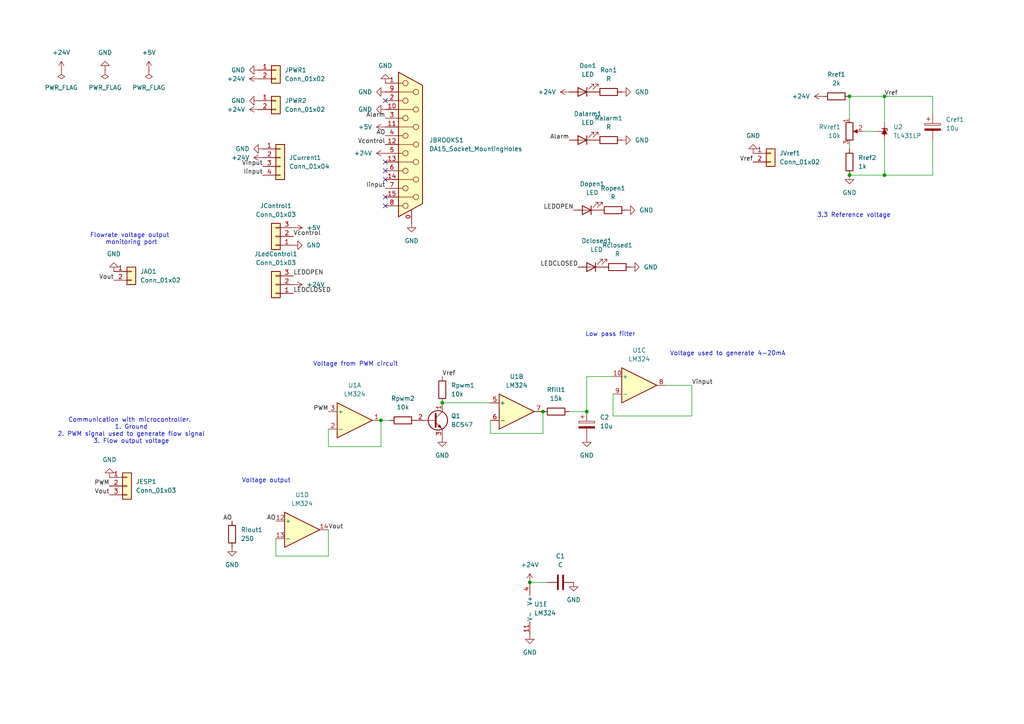
<source format=kicad_sch>
(kicad_sch (version 20250114) (generator "eeschema") (generator_version "9.0")
  (paper "A4")
  (lib_symbols
    (symbol "Amplifier_Operational:LM324" (pin_names (offset 0.127))
      (property "Reference" "U" (at 0 5.08 0))
      (property "Value" "LM324" (at 0 -5.08 0))
      (symbol "LM324_1_1"
        (polyline (pts (xy -5.08 5.08) (xy 5.08 0) (xy -5.08 -5.08) (xy -5.08 5.08)) (stroke (width 0.254)) (fill (type background)))
        (pin input line (at -7.62 2.54 0) (length 2.54) (name "+") (number "3"))
        (pin input line (at -7.62 -2.54 0) (length 2.54) (name "-") (number "2"))
        (pin output line (at 7.62 0 180) (length 2.54) (name "~") (number "1"))
      )
      (symbol "LM324_2_1"
        (polyline (pts (xy -5.08 5.08) (xy 5.08 0) (xy -5.08 -5.08) (xy -5.08 5.08)) (stroke (width 0.254)) (fill (type background)))
        (pin input line (at -7.62 2.54 0) (length 2.54) (name "+") (number "5"))
        (pin input line (at -7.62 -2.54 0) (length 2.54) (name "-") (number "6"))
        (pin output line (at 7.62 0 180) (length 2.54) (name "~") (number "7"))
      )
      (symbol "LM324_3_1"
        (polyline (pts (xy -5.08 5.08) (xy 5.08 0) (xy -5.08 -5.08) (xy -5.08 5.08)) (stroke (width 0.254)) (fill (type background)))
        (pin input line (at -7.62 2.54 0) (length 2.54) (name "+") (number "10"))
        (pin input line (at -7.62 -2.54 0) (length 2.54) (name "-") (number "9"))
        (pin output line (at 7.62 0 180) (length 2.54) (name "~") (number "8"))
      )
      (symbol "LM324_4_1"
        (polyline (pts (xy -5.08 5.08) (xy 5.08 0) (xy -5.08 -5.08) (xy -5.08 5.08)) (stroke (width 0.254)) (fill (type background)))
        (pin input line (at -7.62 2.54 0) (length 2.54) (name "+") (number "12"))
        (pin input line (at -7.62 -2.54 0) (length 2.54) (name "-") (number "13"))
        (pin output line (at 7.62 0 180) (length 2.54) (name "~") (number "14"))
      )
      (symbol "LM324_5_1"
        (pin power_in line (at -2.54 7.62 270) (length 3.81) (name "V+") (number "4"))
        (pin power_in line (at -2.54 -7.62 90) (length 3.81) (name "V-") (number "11"))
      )
    )
    (symbol "Connector:DA15_Socket_MountingHoles" (pin_names (offset 1.016) (hide yes))
      (property "Reference" "J" (at 0 24.13 0))
      (property "Value" "DA15_Socket_MountingHoles" (at 0 22.225 0))
      (symbol "DA15_Socket_MountingHoles_0_1"
        (polyline (pts (xy -3.81 20.955) (xy 3.175 17.145) (xy 3.175 -17.145) (xy -3.81 -20.955) (xy -3.81 20.955)) (stroke (width 0.254)) (fill (type background)))
        (polyline (pts (xy -3.81 17.78) (xy -2.54 17.78)))
        (polyline (pts (xy -3.81 15.24) (xy 0.508 15.24)))
        (polyline (pts (xy -3.81 12.7) (xy -2.54 12.7)))
        (polyline (pts (xy -3.81 10.16) (xy 0.508 10.16)))
        (polyline (pts (xy -3.81 7.62) (xy -2.54 7.62)))
        (polyline (pts (xy -3.81 5.08) (xy 0.508 5.08)))
        (polyline (pts (xy -3.81 2.54) (xy -2.54 2.54)))
        (polyline (pts (xy -3.81 0) (xy 0.508 0)))
        (polyline (pts (xy -3.81 -2.54) (xy -2.54 -2.54)))
        (polyline (pts (xy -3.81 -5.08) (xy 0.508 -5.08)))
        (polyline (pts (xy -3.81 -7.62) (xy -2.54 -7.62)))
        (polyline (pts (xy -3.81 -10.16) (xy 0.508 -10.16)))
        (polyline (pts (xy -3.81 -12.7) (xy -2.54 -12.7)))
        (polyline (pts (xy -3.81 -15.24) (xy 0.508 -15.24)))
        (polyline (pts (xy -3.81 -17.78) (xy -2.54 -17.78)))
        (circle (center -1.778 17.78) (radius 0.762))
        (circle (center -1.778 12.7) (radius 0.762))
        (circle (center -1.778 7.62) (radius 0.762))
        (circle (center -1.778 2.54) (radius 0.762))
        (circle (center -1.778 -2.54) (radius 0.762))
        (circle (center -1.778 -7.62) (radius 0.762))
        (circle (center -1.778 -12.7) (radius 0.762))
        (circle (center -1.778 -17.78) (radius 0.762))
        (circle (center 1.27 15.24) (radius 0.762))
        (circle (center 1.27 10.16) (radius 0.762))
        (circle (center 1.27 5.08) (radius 0.762))
        (circle (center 1.27 0) (radius 0.762))
        (circle (center 1.27 -5.08) (radius 0.762))
        (circle (center 1.27 -10.16) (radius 0.762))
        (circle (center 1.27 -15.24) (radius 0.762))
      )
      (symbol "DA15_Socket_MountingHoles_1_1"
        (pin passive line (at -7.62 17.78 0) (length 3.81) (name "1") (number "1"))
        (pin passive line (at -7.62 15.24 0) (length 3.81) (name "P9") (number "9"))
        (pin passive line (at -7.62 12.7 0) (length 3.81) (name "2") (number "2"))
        (pin passive line (at -7.62 10.16 0) (length 3.81) (name "P10") (number "10"))
        (pin passive line (at -7.62 7.62 0) (length 3.81) (name "3") (number "3"))
        (pin passive line (at -7.62 5.08 0) (length 3.81) (name "P111") (number "11"))
        (pin passive line (at -7.62 2.54 0) (length 3.81) (name "4") (number "4"))
        (pin passive line (at -7.62 0 0) (length 3.81) (name "P12") (number "12"))
        (pin passive line (at -7.62 -2.54 0) (length 3.81) (name "5") (number "5"))
        (pin passive line (at -7.62 -5.08 0) (length 3.81) (name "P13") (number "13"))
        (pin passive line (at -7.62 -7.62 0) (length 3.81) (name "6") (number "6"))
        (pin passive line (at -7.62 -10.16 0) (length 3.81) (name "P14") (number "14"))
        (pin passive line (at -7.62 -12.7 0) (length 3.81) (name "7") (number "7"))
        (pin passive line (at -7.62 -15.24 0) (length 3.81) (name "P15") (number "15"))
        (pin passive line (at -7.62 -17.78 0) (length 3.81) (name "8") (number "8"))
        (pin passive line (at 0 -22.86 90) (length 3.81) (name "PAD") (number "0"))
      )
    )
    (symbol "Connector_Generic:Conn_01x02" (pin_names (offset 1.016) (hide yes))
      (property "Reference" "J" (at 0 2.54 0))
      (property "Value" "Conn_01x02" (at 0 -5.08 0))
      (symbol "Conn_01x02_1_1"
        (rectangle (start -1.27 1.27) (end 1.27 -3.81) (stroke (width 0.254)) (fill (type background)))
        (rectangle (start -1.27 0.127) (end 0 -0.127) (stroke (width 0.1524)))
        (rectangle (start -1.27 -2.413) (end 0 -2.667) (stroke (width 0.1524)))
        (pin passive line (at -5.08 0 0) (length 3.81) (name "Pin_1") (number "1"))
        (pin passive line (at -5.08 -2.54 0) (length 3.81) (name "Pin_2") (number "2"))
      )
    )
    (symbol "Connector_Generic:Conn_01x03" (pin_names (offset 1.016) (hide yes))
      (property "Reference" "J" (at 0 5.08 0))
      (property "Value" "Conn_01x03" (at 0 -5.08 0))
      (symbol "Conn_01x03_1_1"
        (rectangle (start -1.27 3.81) (end 1.27 -3.81) (stroke (width 0.254)) (fill (type background)))
        (rectangle (start -1.27 2.667) (end 0 2.413) (stroke (width 0.1524)))
        (rectangle (start -1.27 0.127) (end 0 -0.127) (stroke (width 0.1524)))
        (rectangle (start -1.27 -2.413) (end 0 -2.667) (stroke (width 0.1524)))
        (pin passive line (at -5.08 2.54 0) (length 3.81) (name "Pin_1") (number "1"))
        (pin passive line (at -5.08 0 0) (length 3.81) (name "Pin_2") (number "2"))
        (pin passive line (at -5.08 -2.54 0) (length 3.81) (name "Pin_3") (number "3"))
      )
    )
    (symbol "Connector_Generic:Conn_01x04" (pin_names (offset 1.016) (hide yes))
      (property "Reference" "J" (at 0 5.08 0))
      (property "Value" "Conn_01x04" (at 0 -7.62 0))
      (symbol "Conn_01x04_1_1"
        (rectangle (start -1.27 3.81) (end 1.27 -6.35) (stroke (width 0.254)) (fill (type background)))
        (rectangle (start -1.27 2.667) (end 0 2.413) (stroke (width 0.1524)))
        (rectangle (start -1.27 0.127) (end 0 -0.127) (stroke (width 0.1524)))
        (rectangle (start -1.27 -2.413) (end 0 -2.667) (stroke (width 0.1524)))
        (rectangle (start -1.27 -4.953) (end 0 -5.207) (stroke (width 0.1524)))
        (pin passive line (at -5.08 2.54 0) (length 3.81) (name "Pin_1") (number "1"))
        (pin passive line (at -5.08 0 0) (length 3.81) (name "Pin_2") (number "2"))
        (pin passive line (at -5.08 -2.54 0) (length 3.81) (name "Pin_3") (number "3"))
        (pin passive line (at -5.08 -5.08 0) (length 3.81) (name "Pin_4") (number "4"))
      )
    )
    (symbol "Device:C" (pin_numbers (hide yes)) (pin_names (offset 0.254))
      (property "Reference" "C" (at 0.635 2.54 0))
      (property "Value" "C" (at 0.635 -2.54 0))
      (symbol "C_0_1"
        (polyline (pts (xy -2.032 0.762) (xy 2.032 0.762)) (stroke (width 0.508)))
        (polyline (pts (xy -2.032 -0.762) (xy 2.032 -0.762)) (stroke (width 0.508)))
      )
      (symbol "C_1_1"
        (pin passive line (at 0 3.81 270) (length 2.794) (name "~") (number "1"))
        (pin passive line (at 0 -3.81 90) (length 2.794) (name "~") (number "2"))
      )
    )
    (symbol "Device:C_Polarized" (pin_numbers (hide yes)) (pin_names (offset 0.254))
      (property "Reference" "C" (at 0.635 2.54 0))
      (property "Value" "C_Polarized" (at 0.635 -2.54 0))
      (symbol "C_Polarized_0_1"
        (rectangle (start -2.286 0.508) (end 2.286 1.016))
        (polyline (pts (xy -1.778 2.286) (xy -0.762 2.286)))
        (polyline (pts (xy -1.27 2.794) (xy -1.27 1.778)))
        (rectangle (start 2.286 -0.508) (end -2.286 -1.016) (fill (type outline)))
      )
      (symbol "C_Polarized_1_1"
        (pin passive line (at 0 3.81 270) (length 2.794) (name "~") (number "1"))
        (pin passive line (at 0 -3.81 90) (length 2.794) (name "~") (number "2"))
      )
    )
    (symbol "Device:LED" (pin_numbers (hide yes)) (pin_names (offset 1.016) (hide yes))
      (property "Reference" "D" (at 0 2.54 0))
      (property "Value" "LED" (at 0 -2.54 0))
      (symbol "LED_0_1"
        (polyline (pts (xy -3.048 -0.762) (xy -4.572 -2.286) (xy -3.81 -2.286) (xy -4.572 -2.286) (xy -4.572 -1.524)))
        (polyline (pts (xy -1.778 -0.762) (xy -3.302 -2.286) (xy -2.54 -2.286) (xy -3.302 -2.286) (xy -3.302 -1.524)))
        (polyline (pts (xy -1.27 0) (xy 1.27 0)))
        (polyline (pts (xy -1.27 -1.27) (xy -1.27 1.27)) (stroke (width 0.254)))
        (polyline (pts (xy 1.27 -1.27) (xy 1.27 1.27) (xy -1.27 0) (xy 1.27 -1.27)) (stroke (width 0.254)))
      )
      (symbol "LED_1_1"
        (pin passive line (at -3.81 0 0) (length 2.54) (name "K") (number "1"))
        (pin passive line (at 3.81 0 180) (length 2.54) (name "A") (number "2"))
      )
    )
    (symbol "Device:R" (pin_numbers (hide yes)) (pin_names (offset 0))
      (property "Reference" "R" (at 2.032 0 90))
      (property "Value" "R" (at 0 0 90))
      (symbol "R_0_1"
        (rectangle (start -1.016 -2.54) (end 1.016 2.54) (stroke (width 0.254)))
      )
      (symbol "R_1_1"
        (pin passive line (at 0 3.81 270) (length 1.27) (name "~") (number "1"))
        (pin passive line (at 0 -3.81 90) (length 1.27) (name "~") (number "2"))
      )
    )
    (symbol "Device:R_Potentiometer" (pin_names (offset 1.016) (hide yes))
      (property "Reference" "RV" (at -4.445 0 90))
      (property "Value" "R_Potentiometer" (at -2.54 0 90))
      (symbol "R_Potentiometer_0_1"
        (rectangle (start 1.016 2.54) (end -1.016 -2.54) (stroke (width 0.254)))
        (polyline (pts (xy 1.143 0) (xy 2.286 0.508) (xy 2.286 -0.508) (xy 1.143 0)) (fill (type outline)))
        (polyline (pts (xy 2.54 0) (xy 1.524 0)))
      )
      (symbol "R_Potentiometer_1_1"
        (pin passive line (at 0 3.81 270) (length 1.27) (name "1") (number "1"))
        (pin passive line (at 0 -3.81 90) (length 1.27) (name "3") (number "3"))
        (pin passive line (at 3.81 0 180) (length 1.27) (name "2") (number "2"))
      )
    )
    (symbol "Reference_Voltage:TL431LP" (pin_numbers (hide yes)) (pin_names (hide yes))
      (property "Reference" "U" (at -2.54 2.54 0))
      (property "Value" "TL431LP" (at 0 -2.54 0))
      (symbol "TL431LP_0_1"
        (polyline (pts (xy -1.27 0) (xy 0 0) (xy 1.27 0)))
        (polyline (pts (xy -0.762 -0.762) (xy -0.762 0.762) (xy 0.762 0) (xy -0.762 -0.762)) (fill (type outline)))
        (polyline (pts (xy 0.254 -0.762) (xy 0.762 -0.762) (xy 0.762 0.762) (xy 0.762 0.762)) (stroke (width 0.254)))
      )
      (symbol "TL431LP_1_1"
        (pin passive line (at -2.54 0 0) (length 2.54) (name "A") (number "2"))
        (pin passive line (at 0 2.54 270) (length 2.54) (name "REF") (number "1"))
        (pin passive line (at 2.54 0 180) (length 2.54) (name "K") (number "3"))
      )
    )
    (symbol "Transistor_BJT:BC547" (pin_names (offset 0) (hide yes))
      (property "Reference" "Q" (at 5.08 1.905 0))
      (property "Value" "BC547" (at 5.08 0 0))
      (symbol "BC547_0_1"
        (polyline (pts (xy -2.54 0) (xy 0.635 0)))
        (polyline (pts (xy 0.635 1.905) (xy 0.635 -1.905)) (stroke (width 0.508)))
        (circle (center 1.27 0) (radius 2.8194) (stroke (width 0.254)))
      )
      (symbol "BC547_1_1"
        (polyline (pts (xy 0.635 0.635) (xy 2.54 2.54)))
        (polyline (pts (xy 0.635 -0.635) (xy 2.54 -2.54)))
        (polyline (pts (xy 1.27 -1.778) (xy 1.778 -1.27) (xy 2.286 -2.286) (xy 1.27 -1.778)) (fill (type outline)))
        (pin input line (at -5.08 0 0) (length 2.54) (name "B") (number "2"))
        (pin passive line (at 2.54 5.08 270) (length 2.54) (name "C") (number "1"))
        (pin passive line (at 2.54 -5.08 90) (length 2.54) (name "E") (number "3"))
      )
    )
    (symbol "power:+24V" (power) (pin_numbers (hide yes)) (pin_names (offset 0) (hide yes))
      (property "Value" "+24V" (at 0 3.556 0))
      (symbol "+24V_0_1"
        (polyline (pts (xy -0.762 1.27) (xy 0 2.54)))
        (polyline (pts (xy 0 2.54) (xy 0.762 1.27)))
        (polyline (pts (xy 0 0) (xy 0 2.54)))
      )
      (symbol "+24V_1_1"
        (pin power_in line (at 0 0 90) (length 0) (name "~") (number "1"))
      )
    )
    (symbol "power:+5V" (power) (pin_numbers (hide yes)) (pin_names (offset 0) (hide yes))
      (property "Value" "+5V" (at 0 3.556 0))
      (symbol "+5V_0_1"
        (polyline (pts (xy -0.762 1.27) (xy 0 2.54)))
        (polyline (pts (xy 0 2.54) (xy 0.762 1.27)))
        (polyline (pts (xy 0 0) (xy 0 2.54)))
      )
      (symbol "+5V_1_1"
        (pin power_in line (at 0 0 90) (length 0) (name "~") (number "1"))
      )
    )
    (symbol "power:GND" (power) (pin_numbers (hide yes)) (pin_names (offset 0) (hide yes))
      (property "Value" "GND" (at 0 -3.81 0))
      (symbol "GND_0_1"
        (polyline (pts (xy 0 0) (xy 0 -1.27) (xy 1.27 -1.27) (xy 0 -2.54) (xy -1.27 -1.27) (xy 0 -1.27)))
      )
      (symbol "GND_1_1"
        (pin power_in line (at 0 0 270) (length 0) (name "~") (number "1"))
      )
    )
    (symbol "power:PWR_FLAG" (power) (pin_numbers (hide yes)) (pin_names (offset 0) (hide yes))
      (property "Value" "PWR_FLAG" (at 0 3.81 0))
      (symbol "PWR_FLAG_0_0"
        (pin power_out line (at 0 0 90) (length 0) (name "~") (number "1"))
      )
      (symbol "PWR_FLAG_0_1"
        (polyline (pts (xy 0 0) (xy 0 1.27) (xy -1.016 1.905) (xy 0 2.54) (xy 1.016 1.905) (xy 0 1.27)))
      )
    )
  )
  (text "Voltage from PWM circuit" (at 103.124 105.664 0) (effects (font (size 1.27 1.27))))
  (text "3.3 Reference voltage " (at 248.158 62.484 0) (effects (font (size 1.27 1.27))))
  (text "Voltage output" (at 77.216 139.446 0) (effects (font (size 1.27 1.27))))
  (text "Low pass filter" (at 177.038 97.028 0) (effects (font (size 1.27 1.27))))
  (text "Communication with microcontroller.\n 1. Ground\n 2. PWM signal used to generate flow signal\n 3. Flow output voltage\n" (at 37.592 124.968 0) (effects (font (size 1.27 1.27))))
  (text "Flowrate voltage output \nmonitoring port\n\n" (at 38.1 70.358 0) (effects (font (size 1.27 1.27))))
  (text "Voltage used to generate 4-20mA" (at 211.074 102.616 0) (effects (font (size 1.27 1.27))))
  (junction (at 246.38 27.94))
  (junction (at 128.27 116.84))
  (junction (at 110.49 121.92))
  (junction (at 170.18 119.38))
  (junction (at 153.67 168.91))
  (junction (at 246.38 50.8))
  (junction (at 157.48 119.38))
  (junction (at 256.54 27.94))
  (junction (at 256.54 50.8))
  (no_connect (at 111.76 49.53))
  (no_connect (at 111.76 46.99))
  (no_connect (at 111.76 29.21))
  (no_connect (at 111.76 59.69))
  (no_connect (at 111.76 57.15))
  (no_connect (at 111.76 52.07))
  (wire (pts (xy 128.27 116.84) (xy 142.24 116.84)))
  (wire (pts (xy 256.54 40.64) (xy 256.54 50.8)))
  (wire (pts (xy 200.66 111.76) (xy 200.66 120.65)))
  (wire (pts (xy 270.51 33.02) (xy 270.51 27.94)))
  (wire (pts (xy 177.8 114.3) (xy 177.8 120.65)))
  (wire (pts (xy 170.18 109.22) (xy 177.8 109.22)))
  (wire (pts (xy 95.25 129.54) (xy 110.49 129.54)))
  (wire (pts (xy 246.38 41.91) (xy 246.38 43.18)))
  (wire (pts (xy 142.24 121.92) (xy 142.24 125.73)))
  (wire (pts (xy 270.51 40.64) (xy 270.51 50.8)))
  (wire (pts (xy 177.8 120.65) (xy 200.66 120.65)))
  (wire (pts (xy 256.54 50.8) (xy 246.38 50.8)))
  (wire (pts (xy 193.04 111.76) (xy 200.66 111.76)))
  (wire (pts (xy 153.67 168.91) (xy 158.75 168.91)))
  (wire (pts (xy 142.24 125.73) (xy 157.48 125.73)))
  (wire (pts (xy 95.25 161.29) (xy 95.25 153.67)))
  (wire (pts (xy 157.48 125.73) (xy 157.48 119.38)))
  (wire (pts (xy 250.19 38.1) (xy 254 38.1)))
  (wire (pts (xy 80.01 156.21) (xy 80.01 161.29)))
  (wire (pts (xy 165.1 119.38) (xy 170.18 119.38)))
  (wire (pts (xy 80.01 161.29) (xy 95.25 161.29)))
  (wire (pts (xy 110.49 129.54) (xy 110.49 121.92)))
  (wire (pts (xy 270.51 27.94) (xy 256.54 27.94)))
  (wire (pts (xy 170.18 119.38) (xy 170.18 109.22)))
  (wire (pts (xy 110.49 121.92) (xy 113.03 121.92)))
  (wire (pts (xy 95.25 124.46) (xy 95.25 129.54)))
  (wire (pts (xy 256.54 27.94) (xy 246.38 27.94)))
  (wire (pts (xy 270.51 50.8) (xy 256.54 50.8)))
  (wire (pts (xy 256.54 35.56) (xy 256.54 27.94)))
  (wire (pts (xy 246.38 27.94) (xy 246.38 34.29)))
  (label "Alarm" (at 165.1 40.64 180))
  (label "Vref" (at 256.54 27.94 0))
  (label "LEDOPEN" (at 166.37 60.96 180))
  (label "Vcontrol" (at 111.76 41.91 180))
  (label "Alarm" (at 111.76 34.29 180))
  (label "Vref" (at 128.27 109.22 0))
  (label "LEDCLOSED" (at 167.64 77.47 180))
  (label "Vout" (at 95.25 153.67 0))
  (label "Iinput" (at 111.76 54.61 180))
  (label "LEDCLOSED" (at 85.09 85.09 0))
  (label "AO" (at 111.76 39.37 180))
  (label "Vout" (at 33.02 81.28 180))
  (label "PWM" (at 31.75 140.97 180))
  (label "Vref" (at 218.44 46.99 180))
  (label "Iinput" (at 76.2 50.8 180))
  (label "AO" (at 67.31 151.13 180))
  (label "Vinput" (at 76.2 48.26 180))
  (label "Vcontrol" (at 85.09 68.58 0))
  (label "Vout" (at 31.75 143.51 180))
  (label "Vinput" (at 200.66 111.76 0))
  (label "LEDOPEN" (at 85.09 80.01 0))
  (label "AO" (at 80.01 151.13 180))
  (label "PWM" (at 95.25 119.38 180))
  (symbol (lib_id "Connector:DA15_Socket_MountingHoles") (at 119.38 41.91 0) (unit 1)
    (property "Reference" "JBROOKS1" (at 124.46 40.6399 0) (effects (justify left)))
    (property "Value" "DA15_Socket_MountingHoles" (at 124.46 43.1799 0) (effects (justify left)))
    (property "Footprint" "Connector_Dsub:DSUB-15_Socket_Horizontal_P2.77x2.84mm_EdgePinOffset7.70mm_Housed_MountingHolesOffset9.12mm" (effects (hide yes)))
    (property "Description" "15-pin D-SUB connector, socket (female) (low-density/2 columns), Mounting Hole" (effects (hide yes)))
  )
  (symbol (lib_id "power:GND") (at 166.37 168.91 0) (unit 1)
    (property "Reference" "#PWR023" (effects (hide yes)))
    (property "Value" "GND" (at 166.37 173.99 0))
    (property "Description" "Power symbol creates a global label with name \"GND\" , ground" (effects (hide yes)))
  )
  (symbol (lib_id "power:GND") (at 246.38 50.8 0) (unit 1)
    (property "Reference" "#PWR032" (effects (hide yes)))
    (property "Value" "GND" (at 246.38 55.88 0))
    (property "Description" "Power symbol creates a global label with name \"GND\" , ground" (effects (hide yes)))
  )
  (symbol (lib_id "power:+24V") (at 76.2 45.72 90) (unit 1)
    (property "Reference" "#PWR028" (effects (hide yes)))
    (property "Value" "+24V" (at 72.39 45.7199 90) (effects (justify left)))
    (property "Description" "Power symbol creates a global label with name \"+24V\"" (effects (hide yes)))
  )
  (symbol (lib_id "Amplifier_Operational:LM324") (at 156.21 176.53 0) (unit 5)
    (property "Reference" "U1" (at 154.94 175.2599 0) (effects (justify left)))
    (property "Value" "LM324" (at 154.94 177.7999 0) (effects (justify left)))
    (property "Footprint" "Package_DIP:CERDIP-14_W7.62mm_SideBrazed_LongPads_Socket" (effects (hide yes)))
    (property "Datasheet" "http://www.ti.com/lit/ds/symlink/lm2902-n.pdf" (effects (hide yes)))
    (property "Description" "Low-Power, Quad-Operational Amplifiers, DIP-14/SOIC-14/SSOP-14" (effects (hide yes)))
  )
  (symbol (lib_id "power:GND") (at 67.31 158.75 0) (unit 1)
    (property "Reference" "#PWR012" (effects (hide yes)))
    (property "Value" "GND" (at 67.31 163.83 0))
    (property "Description" "Power symbol creates a global label with name \"GND\" , ground" (effects (hide yes)))
  )
  (symbol (lib_id "power:GND") (at 85.09 71.12 90) (unit 1)
    (property "Reference" "#PWR016" (effects (hide yes)))
    (property "Value" "GND" (at 88.9 71.1199 90) (effects (justify right)))
    (property "Description" "Power symbol creates a global label with name \"GND\" , ground" (effects (hide yes)))
  )
  (symbol (lib_id "Device:LED") (at 168.91 26.67 180) (unit 1)
    (property "Reference" "Don1" (at 170.4975 19.05 0))
    (property "Value" "LED" (at 170.4975 21.59 0))
    (property "Footprint" "LED_THT:LED_D3.0mm" (effects (hide yes)))
    (property "Description" "Light emitting diode" (effects (hide yes)))
    (property "Sim.Pins" "1=K 2=A" (effects (hide yes)))
  )
  (symbol (lib_id "power:+24V") (at 238.76 27.94 90) (unit 1)
    (property "Reference" "#PWR033" (effects (hide yes)))
    (property "Value" "+24V" (at 234.95 27.9399 90) (effects (justify left)))
    (property "Description" "Power symbol creates a global label with name \"+24V\"" (effects (hide yes)))
  )
  (symbol (lib_id "Device:R") (at 179.07 77.47 90) (unit 1)
    (property "Reference" "Rclosed1" (at 179.07 71.12 90))
    (property "Value" "R" (at 179.07 73.66 90))
    (property "Footprint" "Resistor_THT:R_Axial_DIN0207_L6.3mm_D2.5mm_P10.16mm_Horizontal" (effects (hide yes)))
    (property "Description" "Resistor" (effects (hide yes)))
  )
  (symbol (lib_id "Connector_Generic:Conn_01x04") (at 81.28 45.72 0) (unit 1)
    (property "Reference" "JCurrent1" (at 83.82 45.7199 0) (effects (justify left)))
    (property "Value" "Conn_01x04" (at 83.82 48.2599 0) (effects (justify left)))
    (property "Footprint" "Connector_PinHeader_2.54mm:PinHeader_1x04_P2.54mm_Vertical" (effects (hide yes)))
    (property "Description" "Generic connector, single row, 01x04, script generated (kicad-library-utils/schlib/autogen/connector/)" (effects (hide yes)))
  )
  (symbol (lib_id "Connector_Generic:Conn_01x02") (at 223.52 44.45 0) (unit 1)
    (property "Reference" "JVref1" (at 226.06 44.4499 0) (effects (justify left)))
    (property "Value" "Conn_01x02" (at 226.06 46.9899 0) (effects (justify left)))
    (property "Footprint" "Connector_PinHeader_2.54mm:PinHeader_1x02_P2.54mm_Vertical" (effects (hide yes)))
    (property "Description" "Generic connector, single row, 01x02, script generated (kicad-library-utils/schlib/autogen/connector/)" (effects (hide yes)))
  )
  (symbol (lib_id "power:GND") (at 33.02 78.74 180) (unit 1)
    (property "Reference" "#PWR06" (effects (hide yes)))
    (property "Value" "GND" (at 33.02 73.66 0))
    (property "Description" "Power symbol creates a global label with name \"GND\" , ground" (effects (hide yes)))
  )
  (symbol (lib_id "Connector_Generic:Conn_01x02") (at 80.01 29.21 0) (unit 1)
    (property "Reference" "JPWR2" (at 82.55 29.2099 0) (effects (justify left)))
    (property "Value" "Conn_01x02" (at 82.55 31.7499 0) (effects (justify left)))
    (property "Footprint" "Connector_Phoenix_MSTB:PhoenixContact_MSTBVA_2,5_2-G-5,08_1x02_P5.08mm_Vertical" (effects (hide yes)))
    (property "Description" "Generic connector, single row, 01x02, script generated (kicad-library-utils/schlib/autogen/connector/)" (effects (hide yes)))
  )
  (symbol (lib_id "power:+24V") (at 17.78 20.32 0) (unit 1)
    (property "Reference" "#PWR05" (effects (hide yes)))
    (property "Value" "+24V" (at 17.78 15.24 0))
    (property "Description" "Power symbol creates a global label with name \"+24V\"" (effects (hide yes)))
  )
  (symbol (lib_id "Connector_Generic:Conn_01x03") (at 80.01 68.58 180) (unit 1)
    (property "Reference" "JControl1" (at 80.01 59.69 0))
    (property "Value" "Conn_01x03" (at 80.01 62.23 0))
    (property "Footprint" "Connector_PinHeader_2.54mm:PinHeader_1x03_P2.54mm_Vertical" (effects (hide yes)))
    (property "Description" "Generic connector, single row, 01x03, script generated (kicad-library-utils/schlib/autogen/connector/)" (effects (hide yes)))
  )
  (symbol (lib_id "power:+24V") (at 74.93 31.75 90) (unit 1)
    (property "Reference" "#PWR031" (effects (hide yes)))
    (property "Value" "+24V" (at 71.12 31.7499 90) (effects (justify left)))
    (property "Description" "Power symbol creates a global label with name \"+24V\"" (effects (hide yes)))
  )
  (symbol (lib_id "Connector_Generic:Conn_01x03") (at 80.01 82.55 180) (unit 1)
    (property "Reference" "JLedControl1" (at 80.01 73.66 0))
    (property "Value" "Conn_01x03" (at 80.01 76.2 0))
    (property "Footprint" "Connector_PinHeader_2.54mm:PinHeader_1x03_P2.54mm_Vertical" (effects (hide yes)))
    (property "Description" "Generic connector, single row, 01x03, script generated (kicad-library-utils/schlib/autogen/connector/)" (effects (hide yes)))
  )
  (symbol (lib_id "power:GND") (at 111.76 26.67 270) (unit 1)
    (property "Reference" "#PWR036" (effects (hide yes)))
    (property "Value" "GND" (at 107.95 26.6699 90) (effects (justify right)))
    (property "Description" "Power symbol creates a global label with name \"GND\" , ground" (effects (hide yes)))
  )
  (symbol (lib_id "power:GND") (at 31.75 138.43 180) (unit 1)
    (property "Reference" "#PWR04" (effects (hide yes)))
    (property "Value" "GND" (at 31.75 133.35 0))
    (property "Description" "Power symbol creates a global label with name \"GND\" , ground" (effects (hide yes)))
  )
  (symbol (lib_id "power:GND") (at 180.34 40.64 90) (unit 1)
    (property "Reference" "#PWR014" (effects (hide yes)))
    (property "Value" "GND" (at 184.15 40.6399 90) (effects (justify right)))
    (property "Description" "Power symbol creates a global label with name \"GND\" , ground" (effects (hide yes)))
  )
  (symbol (lib_id "Amplifier_Operational:LM324") (at 87.63 153.67 0) (unit 4)
    (property "Reference" "U1" (at 87.63 143.51 0))
    (property "Value" "LM324" (at 87.63 146.05 0))
    (property "Footprint" "Package_DIP:CERDIP-14_W7.62mm_SideBrazed_LongPads_Socket" (effects (hide yes)))
    (property "Datasheet" "http://www.ti.com/lit/ds/symlink/lm2902-n.pdf" (effects (hide yes)))
    (property "Description" "Low-Power, Quad-Operational Amplifiers, DIP-14/SOIC-14/SSOP-14" (effects (hide yes)))
  )
  (symbol (lib_id "Connector_Generic:Conn_01x03") (at 36.83 140.97 0) (unit 1)
    (property "Reference" "JESP1" (at 39.37 139.6999 0) (effects (justify left)))
    (property "Value" "Conn_01x03" (at 39.37 142.2399 0) (effects (justify left)))
    (property "Footprint" "Connector_PinHeader_2.54mm:PinHeader_1x03_P2.54mm_Vertical" (effects (hide yes)))
    (property "Description" "Generic connector, single row, 01x03, script generated (kicad-library-utils/schlib/autogen/connector/)" (effects (hide yes)))
  )
  (symbol (lib_id "Reference_Voltage:TL431LP") (at 256.54 38.1 90) (unit 1)
    (property "Reference" "U2" (at 259.08 36.8299 90) (effects (justify right)))
    (property "Value" "TL431LP" (at 259.08 39.3699 90) (effects (justify right)))
    (property "Footprint" "Package_TO_SOT_THT:TO-92_Inline_Wide" (effects (hide yes)))
    (property "Datasheet" "http://www.ti.com/lit/ds/symlink/tl431.pdf" (effects (hide yes)))
    (property "Description" "Shunt Regulator, TO-92" (effects (hide yes)))
  )
  (symbol (lib_id "Connector_Generic:Conn_01x02") (at 80.01 20.32 0) (unit 1)
    (property "Reference" "JPWR1" (at 82.55 20.3199 0) (effects (justify left)))
    (property "Value" "Conn_01x02" (at 82.55 22.8599 0) (effects (justify left)))
    (property "Footprint" "Connector_Phoenix_MSTB:PhoenixContact_MSTBVA_2,5_2-G-5,08_1x02_P5.08mm_Vertical" (effects (hide yes)))
    (property "Description" "Generic connector, single row, 01x02, script generated (kicad-library-utils/schlib/autogen/connector/)" (effects (hide yes)))
  )
  (symbol (lib_id "Device:LED") (at 171.45 77.47 180) (unit 1)
    (property "Reference" "Dclosed1" (at 173.0375 69.85 0))
    (property "Value" "LED" (at 173.0375 72.39 0))
    (property "Footprint" "LED_THT:LED_D3.0mm" (effects (hide yes)))
    (property "Description" "Light emitting diode" (effects (hide yes)))
    (property "Sim.Pins" "1=K 2=A" (effects (hide yes)))
  )
  (symbol (lib_id "power:GND") (at 180.34 26.67 90) (unit 1)
    (property "Reference" "#PWR013" (effects (hide yes)))
    (property "Value" "GND" (at 184.15 26.6699 90) (effects (justify right)))
    (property "Description" "Power symbol creates a global label with name \"GND\" , ground" (effects (hide yes)))
  )
  (symbol (lib_id "power:GND") (at 119.38 64.77 0) (unit 1)
    (property "Reference" "#PWR038" (effects (hide yes)))
    (property "Value" "GND" (at 119.38 69.85 0))
    (property "Description" "Power symbol creates a global label with name \"GND\" , ground" (effects (hide yes)))
  )
  (symbol (lib_id "Device:R") (at 128.27 113.03 180) (unit 1)
    (property "Reference" "Rpwm1" (at 130.81 111.7599 0) (effects (justify right)))
    (property "Value" "10k" (at 130.81 114.2999 0) (effects (justify right)))
    (property "Footprint" "Resistor_THT:R_Axial_DIN0207_L6.3mm_D2.5mm_P10.16mm_Horizontal" (effects (hide yes)))
    (property "Description" "Resistor" (effects (hide yes)))
  )
  (symbol (lib_id "Device:LED") (at 170.18 60.96 180) (unit 1)
    (property "Reference" "Dopen1" (at 171.7675 53.34 0))
    (property "Value" "LED" (at 171.7675 55.88 0))
    (property "Footprint" "LED_THT:LED_D3.0mm" (effects (hide yes)))
    (property "Description" "Light emitting diode" (effects (hide yes)))
    (property "Sim.Pins" "1=K 2=A" (effects (hide yes)))
  )
  (symbol (lib_id "Device:R") (at 177.8 60.96 90) (unit 1)
    (property "Reference" "Ropen1" (at 177.8 54.61 90))
    (property "Value" "R" (at 177.8 57.15 90))
    (property "Footprint" "Resistor_THT:R_Axial_DIN0207_L6.3mm_D2.5mm_P10.16mm_Horizontal" (effects (hide yes)))
    (property "Description" "Resistor" (effects (hide yes)))
  )
  (symbol (lib_id "Device:R_Potentiometer") (at 246.38 38.1 0) (unit 1)
    (property "Reference" "RVref1" (at 243.84 36.8299 0) (effects (justify right)))
    (property "Value" "10k" (at 243.84 39.3699 0) (effects (justify right)))
    (property "Footprint" "Potentiometer_THT:Potentiometer_Bourns_3296W_Vertical" (effects (hide yes)))
    (property "Description" "Potentiometer" (effects (hide yes)))
  )
  (symbol (lib_id "Device:C_Polarized") (at 170.18 123.19 0) (unit 1)
    (property "Reference" "C2" (at 173.99 121.0309 0) (effects (justify left)))
    (property "Value" "10u" (at 173.99 123.5709 0) (effects (justify left)))
    (property "Footprint" "Capacitor_THT:CP_Radial_D6.3mm_P2.50mm" (effects (hide yes)))
    (property "Description" "Polarized capacitor" (effects (hide yes)))
  )
  (symbol (lib_id "power:+5V") (at 85.09 66.04 270) (unit 1)
    (property "Reference" "#PWR017" (effects (hide yes)))
    (property "Value" "+5V" (at 88.9 66.0399 90) (effects (justify left)))
    (property "Description" "Power symbol creates a global label with name \"+5V\"" (effects (hide yes)))
  )
  (symbol (lib_id "power:GND") (at 182.88 77.47 90) (unit 1)
    (property "Reference" "#PWR020" (effects (hide yes)))
    (property "Value" "GND" (at 186.69 77.4699 90) (effects (justify right)))
    (property "Description" "Power symbol creates a global label with name \"GND\" , ground" (effects (hide yes)))
  )
  (symbol (lib_id "Device:R") (at 161.29 119.38 90) (unit 1)
    (property "Reference" "Rfilt1" (at 161.29 113.03 90))
    (property "Value" "15k" (at 161.29 115.57 90))
    (property "Footprint" "Resistor_THT:R_Axial_DIN0207_L6.3mm_D2.5mm_P10.16mm_Horizontal" (effects (hide yes)))
    (property "Description" "Resistor" (effects (hide yes)))
  )
  (symbol (lib_id "power:GND") (at 153.67 184.15 0) (unit 1)
    (property "Reference" "#PWR021" (effects (hide yes)))
    (property "Value" "GND" (at 153.67 189.23 0))
    (property "Description" "Power symbol creates a global label with name \"GND\" , ground" (effects (hide yes)))
  )
  (symbol (lib_id "Device:C_Polarized") (at 270.51 36.83 0) (unit 1)
    (property "Reference" "Cref1" (at 274.32 34.6709 0) (effects (justify left)))
    (property "Value" "10u" (at 274.32 37.2109 0) (effects (justify left)))
    (property "Footprint" "Capacitor_THT:CP_Radial_D6.3mm_P2.50mm" (effects (hide yes)))
    (property "Description" "Polarized capacitor" (effects (hide yes)))
  )
  (symbol (lib_id "power:GND") (at 74.93 20.32 270) (unit 1)
    (property "Reference" "#PWR03" (effects (hide yes)))
    (property "Value" "GND" (at 71.12 20.3199 90) (effects (justify right)))
    (property "Description" "Power symbol creates a global label with name \"GND\" , ground" (effects (hide yes)))
  )
  (symbol (lib_id "Amplifier_Operational:LM324") (at 149.86 119.38 0) (unit 2)
    (property "Reference" "U1" (at 149.86 109.22 0))
    (property "Value" "LM324" (at 149.86 111.76 0))
    (property "Footprint" "Package_DIP:CERDIP-14_W7.62mm_SideBrazed_LongPads_Socket" (effects (hide yes)))
    (property "Datasheet" "http://www.ti.com/lit/ds/symlink/lm2902-n.pdf" (effects (hide yes)))
    (property "Description" "Low-Power, Quad-Operational Amplifiers, DIP-14/SOIC-14/SSOP-14" (effects (hide yes)))
  )
  (symbol (lib_id "power:GND") (at 218.44 44.45 180) (unit 1)
    (property "Reference" "#PWR034" (effects (hide yes)))
    (property "Value" "GND" (at 218.44 39.37 0))
    (property "Description" "Power symbol creates a global label with name \"GND\" , ground" (effects (hide yes)))
  )
  (symbol (lib_id "power:+5V") (at 111.76 36.83 90) (unit 1)
    (property "Reference" "#PWR039" (effects (hide yes)))
    (property "Value" "+5V" (at 107.95 36.8299 90) (effects (justify left)))
    (property "Description" "Power symbol creates a global label with name \"+5V\"" (effects (hide yes)))
  )
  (symbol (lib_id "power:GND") (at 111.76 31.75 270) (unit 1)
    (property "Reference" "#PWR037" (effects (hide yes)))
    (property "Value" "GND" (at 107.95 31.7499 90) (effects (justify right)))
    (property "Description" "Power symbol creates a global label with name \"GND\" , ground" (effects (hide yes)))
  )
  (symbol (lib_id "power:GND") (at 170.18 127 0) (unit 1)
    (property "Reference" "#PWR027" (effects (hide yes)))
    (property "Value" "GND" (at 170.18 132.08 0))
    (property "Description" "Power symbol creates a global label with name \"GND\" , ground" (effects (hide yes)))
  )
  (symbol (lib_id "power:GND") (at 76.2 43.18 270) (unit 1)
    (property "Reference" "#PWR07" (effects (hide yes)))
    (property "Value" "GND" (at 72.39 43.1799 90) (effects (justify right)))
    (property "Description" "Power symbol creates a global label with name \"GND\" , ground" (effects (hide yes)))
  )
  (symbol (lib_id "Amplifier_Operational:LM324") (at 185.42 111.76 0) (unit 3)
    (property "Reference" "U1" (at 185.42 101.6 0))
    (property "Value" "LM324" (at 185.42 104.14 0))
    (property "Footprint" "Package_DIP:CERDIP-14_W7.62mm_SideBrazed_LongPads_Socket" (effects (hide yes)))
    (property "Datasheet" "http://www.ti.com/lit/ds/symlink/lm2902-n.pdf" (effects (hide yes)))
    (property "Description" "Low-Power, Quad-Operational Amplifiers, DIP-14/SOIC-14/SSOP-14" (effects (hide yes)))
  )
  (symbol (lib_id "power:+24V") (at 153.67 168.91 0) (unit 1)
    (property "Reference" "#PWR022" (effects (hide yes)))
    (property "Value" "+24V" (at 153.67 163.83 0))
    (property "Description" "Power symbol creates a global label with name \"+24V\"" (effects (hide yes)))
  )
  (symbol (lib_id "Device:R") (at 246.38 46.99 180) (unit 1)
    (property "Reference" "Rref2" (at 248.92 45.7199 0) (effects (justify right)))
    (property "Value" "1k" (at 248.92 48.2599 0) (effects (justify right)))
    (property "Footprint" "Resistor_THT:R_Axial_DIN0207_L6.3mm_D2.5mm_P10.16mm_Horizontal" (effects (hide yes)))
    (property "Description" "Resistor" (effects (hide yes)))
  )
  (symbol (lib_id "Device:R") (at 116.84 121.92 90) (unit 1)
    (property "Reference" "Rpwm2" (at 116.84 115.57 90))
    (property "Value" "10k" (at 116.84 118.11 90))
    (property "Footprint" "Resistor_THT:R_Axial_DIN0207_L6.3mm_D2.5mm_P10.16mm_Horizontal" (effects (hide yes)))
    (property "Description" "Resistor" (effects (hide yes)))
  )
  (symbol (lib_id "power:GND") (at 30.48 20.32 180) (unit 1)
    (property "Reference" "#PWR02" (effects (hide yes)))
    (property "Value" "GND" (at 30.48 15.24 0))
    (property "Description" "Power symbol creates a global label with name \"GND\" , ground" (effects (hide yes)))
  )
  (symbol (lib_id "power:GND") (at 111.76 24.13 180) (unit 1)
    (property "Reference" "#PWR025" (effects (hide yes)))
    (property "Value" "GND" (at 111.76 19.05 0))
    (property "Description" "Power symbol creates a global label with name \"GND\" , ground" (effects (hide yes)))
  )
  (symbol (lib_id "power:+5V") (at 43.18 20.32 0) (unit 1)
    (property "Reference" "#PWR026" (effects (hide yes)))
    (property "Value" "+5V" (at 43.18 15.24 0))
    (property "Description" "Power symbol creates a global label with name \"+5V\"" (effects (hide yes)))
  )
  (symbol (lib_id "Device:R") (at 67.31 154.94 0) (unit 1)
    (property "Reference" "RIout1" (at 69.85 153.6699 0) (effects (justify left)))
    (property "Value" "250" (at 69.85 156.2099 0) (effects (justify left)))
    (property "Footprint" "Resistor_THT:R_Axial_DIN0207_L6.3mm_D2.5mm_P10.16mm_Horizontal" (effects (hide yes)))
    (property "Description" "Resistor" (effects (hide yes)))
  )
  (symbol (lib_id "Device:LED") (at 168.91 40.64 180) (unit 1)
    (property "Reference" "Dalarm1" (at 170.4975 33.02 0))
    (property "Value" "LED" (at 170.4975 35.56 0))
    (property "Footprint" "LED_THT:LED_D3.0mm" (effects (hide yes)))
    (property "Description" "Light emitting diode" (effects (hide yes)))
    (property "Sim.Pins" "1=K 2=A" (effects (hide yes)))
  )
  (symbol (lib_id "Device:R") (at 176.53 40.64 90) (unit 1)
    (property "Reference" "Ralarm1" (at 176.53 34.29 90))
    (property "Value" "R" (at 176.53 36.83 90))
    (property "Footprint" "Resistor_THT:R_Axial_DIN0207_L6.3mm_D2.5mm_P10.16mm_Horizontal" (effects (hide yes)))
    (property "Description" "Resistor" (effects (hide yes)))
  )
  (symbol (lib_id "Device:C") (at 162.56 168.91 90) (unit 1)
    (property "Reference" "C1" (at 162.56 161.29 90))
    (property "Value" "C" (at 162.56 163.83 90))
    (property "Footprint" "Capacitor_THT:C_Disc_D5.0mm_W2.5mm_P2.50mm" (effects (hide yes)))
    (property "Description" "Unpolarized capacitor" (effects (hide yes)))
  )
  (symbol (lib_id "Device:R") (at 242.57 27.94 90) (unit 1)
    (property "Reference" "Rref1" (at 242.57 21.59 90))
    (property "Value" "2k" (at 242.57 24.13 90))
    (property "Footprint" "Resistor_THT:R_Axial_DIN0207_L6.3mm_D2.5mm_P10.16mm_Horizontal" (effects (hide yes)))
    (property "Description" "Resistor" (effects (hide yes)))
  )
  (symbol (lib_id "power:+24V") (at 111.76 44.45 90) (unit 1)
    (property "Reference" "#PWR035" (effects (hide yes)))
    (property "Value" "+24V" (at 107.95 44.4499 90) (effects (justify left)))
    (property "Description" "Power symbol creates a global label with name \"+24V\"" (effects (hide yes)))
  )
  (symbol (lib_id "power:GND") (at 74.93 29.21 270) (unit 1)
    (property "Reference" "#PWR030" (effects (hide yes)))
    (property "Value" "GND" (at 71.12 29.2099 90) (effects (justify right)))
    (property "Description" "Power symbol creates a global label with name \"GND\" , ground" (effects (hide yes)))
  )
  (symbol (lib_id "Connector_Generic:Conn_01x02") (at 38.1 78.74 0) (unit 1)
    (property "Reference" "JAO1" (at 40.64 78.7399 0) (effects (justify left)))
    (property "Value" "Conn_01x02" (at 40.64 81.2799 0) (effects (justify left)))
    (property "Footprint" "Connector_PinHeader_2.54mm:PinHeader_1x02_P2.54mm_Vertical" (effects (hide yes)))
    (property "Description" "Generic connector, single row, 01x02, script generated (kicad-library-utils/schlib/autogen/connector/)" (effects (hide yes)))
  )
  (symbol (lib_id "power:PWR_FLAG") (at 30.48 20.32 180) (unit 1)
    (property "Reference" "#FLG02" (effects (hide yes)))
    (property "Value" "PWR_FLAG" (at 30.48 25.4 0))
    (property "Description" "Special symbol for telling ERC where power comes from" (effects (hide yes)))
  )
  (symbol (lib_id "power:GND") (at 181.61 60.96 90) (unit 1)
    (property "Reference" "#PWR019" (effects (hide yes)))
    (property "Value" "GND" (at 185.42 60.9599 90) (effects (justify right)))
    (property "Description" "Power symbol creates a global label with name \"GND\" , ground" (effects (hide yes)))
  )
  (symbol (lib_id "power:+24V") (at 74.93 22.86 90) (unit 1)
    (property "Reference" "#PWR01" (effects (hide yes)))
    (property "Value" "+24V" (at 71.12 22.8599 90) (effects (justify left)))
    (property "Description" "Power symbol creates a global label with name \"+24V\"" (effects (hide yes)))
  )
  (symbol (lib_id "power:+24V") (at 85.09 82.55 270) (unit 1)
    (property "Reference" "#PWR018" (effects (hide yes)))
    (property "Value" "+24V" (at 88.9 82.5499 90) (effects (justify left)))
    (property "Description" "Power symbol creates a global label with name \"+24V\"" (effects (hide yes)))
  )
  (symbol (lib_id "power:GND") (at 128.27 127 0) (unit 1)
    (property "Reference" "#PWR024" (effects (hide yes)))
    (property "Value" "GND" (at 128.27 132.08 0))
    (property "Description" "Power symbol creates a global label with name \"GND\" , ground" (effects (hide yes)))
  )
  (symbol (lib_id "Device:R") (at 176.53 26.67 90) (unit 1)
    (property "Reference" "Ron1" (at 176.53 20.32 90))
    (property "Value" "R" (at 176.53 22.86 90))
    (property "Footprint" "Resistor_THT:R_Axial_DIN0207_L6.3mm_D2.5mm_P10.16mm_Horizontal" (effects (hide yes)))
    (property "Description" "Resistor" (effects (hide yes)))
  )
  (symbol (lib_id "power:+24V") (at 165.1 26.67 90) (unit 1)
    (property "Reference" "#PWR015" (effects (hide yes)))
    (property "Value" "+24V" (at 161.29 26.6699 90) (effects (justify left)))
    (property "Description" "Power symbol creates a global label with name \"+24V\"" (effects (hide yes)))
  )
  (symbol (lib_id "power:PWR_FLAG") (at 17.78 20.32 180) (unit 1)
    (property "Reference" "#FLG01" (effects (hide yes)))
    (property "Value" "PWR_FLAG" (at 17.78 25.4 0))
    (property "Description" "Special symbol for telling ERC where power comes from" (effects (hide yes)))
  )
  (symbol (lib_id "Amplifier_Operational:LM324") (at 102.87 121.92 0) (unit 1)
    (property "Reference" "U1" (at 102.87 111.76 0))
    (property "Value" "LM324" (at 102.87 114.3 0))
    (property "Footprint" "Package_DIP:CERDIP-14_W7.62mm_SideBrazed_LongPads_Socket" (effects (hide yes)))
    (property "Datasheet" "http://www.ti.com/lit/ds/symlink/lm2902-n.pdf" (effects (hide yes)))
    (property "Description" "Low-Power, Quad-Operational Amplifiers, DIP-14/SOIC-14/SSOP-14" (effects (hide yes)))
  )
  (symbol (lib_id "Transistor_BJT:BC547") (at 125.73 121.92 0) (unit 1)
    (property "Reference" "Q1" (at 130.81 120.6499 0) (effects (justify left)))
    (property "Value" "BC547" (at 130.81 123.1899 0) (effects (justify left)))
    (property "Footprint" "Package_TO_SOT_THT:TO-92_Inline_Wide" (effects (hide yes)))
    (property "Datasheet" "https://www.onsemi.com/pub/Collateral/BC550-D.pdf" (effects (hide yes)))
    (property "Description" "0.1A Ic, 45V Vce, Small Signal NPN Transistor, TO-92" (effects (hide yes)))
    (property "Sim.Device" "NPN" (effects (hide yes)))
    (property "Sim.Pins" "1=C 2=B 3=E" (effects (hide yes)))
  )
  (symbol (lib_id "power:PWR_FLAG") (at 43.18 20.32 180) (unit 1)
    (property "Reference" "#FLG03" (effects (hide yes)))
    (property "Value" "PWR_FLAG" (at 43.18 25.4 0))
    (property "Description" "Special symbol for telling ERC where power comes from" (effects (hide yes)))
  )
)
</source>
